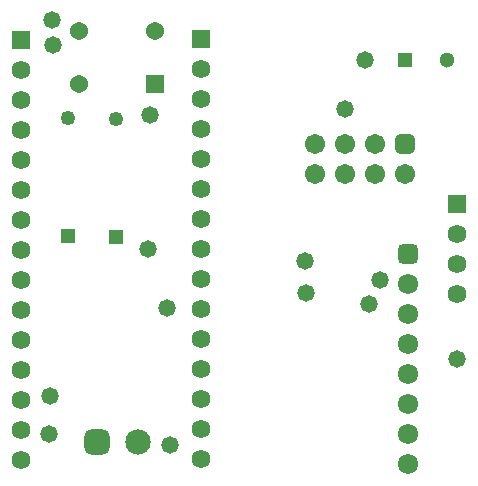
<source format=gts>
G04*
G04 #@! TF.GenerationSoftware,Altium Limited,Altium Designer,25.5.2 (35)*
G04*
G04 Layer_Color=8388736*
%FSLAX44Y44*%
%MOMM*%
G71*
G04*
G04 #@! TF.SameCoordinates,BE086167-A92D-4318-8729-62100742BBEE*
G04*
G04*
G04 #@! TF.FilePolarity,Negative*
G04*
G01*
G75*
%ADD14C,1.2500*%
%ADD15R,1.2500X1.2500*%
%ADD16R,1.5400X1.5400*%
%ADD17C,1.5400*%
%ADD18C,1.5900*%
%ADD19R,1.5900X1.5900*%
%ADD20C,1.7032*%
G04:AMPARAMS|DCode=21|XSize=1.7032mm|YSize=1.7032mm|CornerRadius=0.4766mm|HoleSize=0mm|Usage=FLASHONLY|Rotation=180.000|XOffset=0mm|YOffset=0mm|HoleType=Round|Shape=RoundedRectangle|*
%AMROUNDEDRECTD21*
21,1,1.7032,0.7500,0,0,180.0*
21,1,0.7500,1.7032,0,0,180.0*
1,1,0.9532,-0.3750,0.3750*
1,1,0.9532,0.3750,0.3750*
1,1,0.9532,0.3750,-0.3750*
1,1,0.9532,-0.3750,-0.3750*
%
%ADD21ROUNDEDRECTD21*%
%ADD22C,1.7232*%
%ADD23C,2.1532*%
%ADD24R,1.3000X1.3000*%
G04:AMPARAMS|DCode=25|XSize=1.7232mm|YSize=1.7232mm|CornerRadius=0.4816mm|HoleSize=0mm|Usage=FLASHONLY|Rotation=270.000|XOffset=0mm|YOffset=0mm|HoleType=Round|Shape=RoundedRectangle|*
%AMROUNDEDRECTD25*
21,1,1.7232,0.7600,0,0,270.0*
21,1,0.7600,1.7232,0,0,270.0*
1,1,0.9632,-0.3800,-0.3800*
1,1,0.9632,-0.3800,0.3800*
1,1,0.9632,0.3800,0.3800*
1,1,0.9632,0.3800,-0.3800*
%
%ADD25ROUNDEDRECTD25*%
G04:AMPARAMS|DCode=26|XSize=2.1532mm|YSize=2.1532mm|CornerRadius=0.5891mm|HoleSize=0mm|Usage=FLASHONLY|Rotation=0.000|XOffset=0mm|YOffset=0mm|HoleType=Round|Shape=RoundedRectangle|*
%AMROUNDEDRECTD26*
21,1,2.1532,0.9750,0,0,0.0*
21,1,0.9750,2.1532,0,0,0.0*
1,1,1.1782,0.4875,-0.4875*
1,1,1.1782,-0.4875,-0.4875*
1,1,1.1782,-0.4875,0.4875*
1,1,1.1782,0.4875,0.4875*
%
%ADD26ROUNDEDRECTD26*%
%ADD27C,1.3000*%
%ADD28C,1.4732*%
D14*
X103000Y325250D02*
D03*
X62750Y325500D02*
D03*
D15*
X103000Y225250D02*
D03*
X62750Y225500D02*
D03*
D16*
X136500Y354250D02*
D03*
D17*
X71500D02*
D03*
X136500Y399250D02*
D03*
X71500D02*
D03*
D18*
X175500Y164250D02*
D03*
X392000Y227700D02*
D03*
Y202300D02*
D03*
Y176900D02*
D03*
X175500Y367450D02*
D03*
X22500Y188900D02*
D03*
X175500Y113450D02*
D03*
X22500Y61900D02*
D03*
Y214300D02*
D03*
Y112700D02*
D03*
X175500Y342050D02*
D03*
Y316650D02*
D03*
Y291250D02*
D03*
Y265850D02*
D03*
Y240450D02*
D03*
Y215050D02*
D03*
Y189650D02*
D03*
Y138850D02*
D03*
Y88050D02*
D03*
Y62650D02*
D03*
Y37250D02*
D03*
X22500Y366700D02*
D03*
Y341300D02*
D03*
Y315900D02*
D03*
Y290500D02*
D03*
Y265100D02*
D03*
Y239700D02*
D03*
Y163500D02*
D03*
Y138100D02*
D03*
Y87300D02*
D03*
Y36500D02*
D03*
D19*
X392000Y253100D02*
D03*
X175500Y392850D02*
D03*
X22500Y392100D02*
D03*
D20*
X271400Y278300D02*
D03*
X296800D02*
D03*
X271400Y303700D02*
D03*
X296800D02*
D03*
X322200Y278300D02*
D03*
Y303700D02*
D03*
X347600Y278300D02*
D03*
D21*
Y303700D02*
D03*
D22*
X350500Y159600D02*
D03*
Y185000D02*
D03*
Y134200D02*
D03*
Y83400D02*
D03*
Y108800D02*
D03*
Y58000D02*
D03*
Y32600D02*
D03*
D23*
X121750Y51250D02*
D03*
D24*
X348000Y374500D02*
D03*
D25*
X350500Y210400D02*
D03*
D26*
X86750Y51250D02*
D03*
D27*
X383000Y374500D02*
D03*
D28*
X47000Y90500D02*
D03*
X130500Y214500D02*
D03*
X146250Y165250D02*
D03*
X49000Y408500D02*
D03*
X50000Y387250D02*
D03*
X132250Y328500D02*
D03*
X313750Y375000D02*
D03*
X326750Y188500D02*
D03*
X148500Y49250D02*
D03*
X46250Y58500D02*
D03*
X317500Y168000D02*
D03*
X263750Y177750D02*
D03*
X392000Y122000D02*
D03*
X262750Y204500D02*
D03*
X297000Y333750D02*
D03*
M02*

</source>
